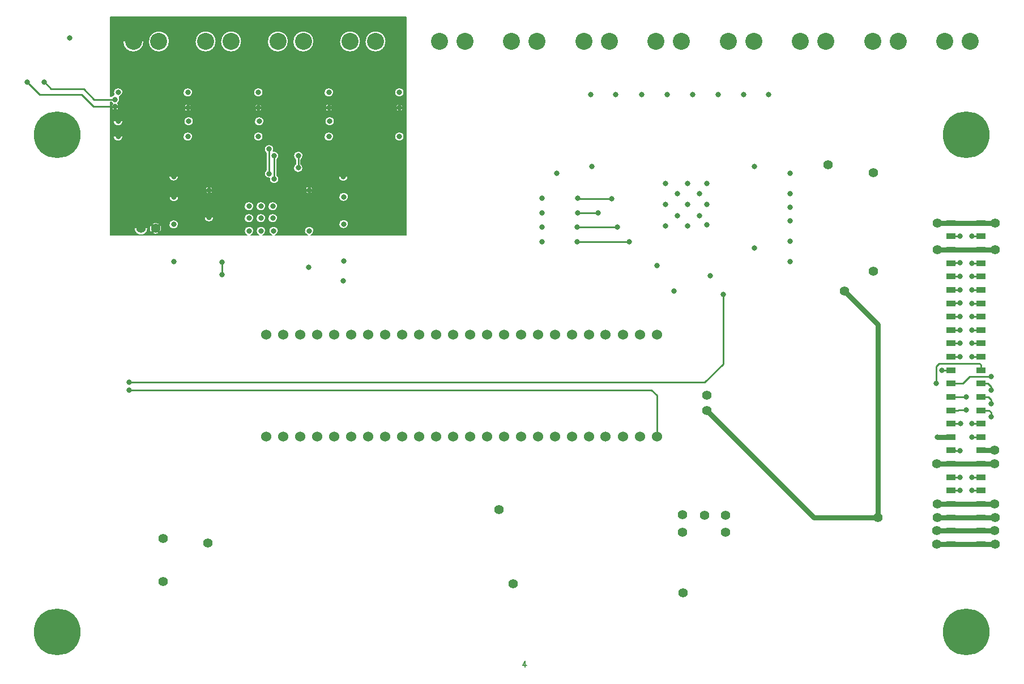
<source format=gbr>
%FSLAX23Y23*%
%MOIN*%
G04 EasyPC Gerber Version 17.0 Build 3379 *
%ADD71R,0.05512X0.03504*%
%ADD10C,0.00500*%
%ADD11C,0.01000*%
%ADD22C,0.01500*%
%ADD21C,0.03000*%
%ADD70C,0.03200*%
%ADD19C,0.05600*%
%ADD13C,0.06000*%
%ADD76C,0.10000*%
%ADD12C,0.27500*%
X0Y0D02*
D02*
D10*
X593Y3396D02*
Y2613D01*
X1396*
G75*
G02X1380Y2638I11J25*
G01*
G75*
G02X1435I28*
G01*
G75*
G02X1419Y2613I-28*
G01*
X1466*
G75*
G02X1450Y2638I11J25*
G01*
G75*
G02X1505I28*
G01*
G75*
G02X1489Y2613I-28*
G01*
X1541*
G75*
G02X1525Y2638I11J25*
G01*
G75*
G02X1580I28*
G01*
G75*
G02X1564Y2613I-28*
G01*
X1751*
G75*
G02X1734Y2638I10J26*
G01*
G75*
G02X1789I28*
G01*
G75*
G02X1771Y2613I-28*
G01*
X2333*
Y3898*
X593*
Y3429*
X598*
G75*
G02X614Y3439I22J-16*
G01*
G75*
G02X610Y3453I23J14*
G01*
G75*
G02X665I28*
G01*
G75*
G02X644Y3427I-28*
G01*
G75*
G02X635Y3388I-23J-14*
G01*
G75*
G02X644Y3370I-14J-19*
G01*
G75*
G02X597I-23*
G01*
G75*
G02X606Y3388I23*
G01*
G75*
G02X598Y3396I14J24*
G01*
X593*
X610Y3193D02*
G75*
G02X665I28D01*
G01*
G75*
G02X610I-28*
G01*
Y3283D02*
G75*
G02X665I28D01*
G01*
G75*
G02X610I-28*
G01*
X666Y3753D02*
G75*
G02X789I62D01*
G01*
G75*
G02X666I-62*
G01*
X733Y2653D02*
G75*
G02X812I40D01*
G01*
G75*
G02X733I-40*
G01*
X816Y3753D02*
G75*
G02X939I62D01*
G01*
G75*
G02X816I-62*
G01*
X822Y2653D02*
G75*
G02X893I36D01*
G01*
G75*
G02X822I-36*
G01*
X937Y2676D02*
G75*
G02X992I28D01*
G01*
G75*
G02X937I-28*
G01*
Y2958D02*
G75*
G02X992I28D01*
G01*
G75*
G02X937I-28*
G01*
X939Y2837D02*
G75*
G02X994I28D01*
G01*
G75*
G02X939I-28*
G01*
X1020Y3193D02*
G75*
G02X1075I28D01*
G01*
G75*
G02X1020I-28*
G01*
Y3453D02*
G75*
G02X1075I28D01*
G01*
G75*
G02X1020I-28*
G01*
X1024Y3363D02*
G75*
G02X1071I23D01*
G01*
G75*
G02X1024I-23*
G01*
X1025Y3283D02*
G75*
G02X1080I28D01*
G01*
G75*
G02X1025I-28*
G01*
X1091Y3753D02*
G75*
G02X1214I62D01*
G01*
G75*
G02X1091I-62*
G01*
X1145Y2718D02*
G75*
G02X1200I28D01*
G01*
G75*
G02X1145I-28*
G01*
X1149Y2878D02*
G75*
G02X1196I23D01*
G01*
G75*
G02X1149I-23*
G01*
X1241Y3753D02*
G75*
G02X1364I62D01*
G01*
G75*
G02X1241I-62*
G01*
X1380Y2713D02*
G75*
G02X1435I28D01*
G01*
G75*
G02X1380I-28*
G01*
Y2783D02*
G75*
G02X1435I28D01*
G01*
G75*
G02X1380I-28*
G01*
X1435Y3193D02*
G75*
G02X1490I28D01*
G01*
G75*
G02X1435I-28*
G01*
Y3453D02*
G75*
G02X1490I28D01*
G01*
G75*
G02X1435I-28*
G01*
X1439Y3363D02*
G75*
G02X1486I23D01*
G01*
G75*
G02X1439I-23*
G01*
X1440Y3283D02*
G75*
G02X1495I28D01*
G01*
G75*
G02X1440I-28*
G01*
X1450Y2713D02*
G75*
G02X1505I28D01*
G01*
G75*
G02X1450I-28*
G01*
Y2783D02*
G75*
G02X1505I28D01*
G01*
G75*
G02X1450I-28*
G01*
X1509Y2997D02*
Y3097D01*
G75*
G02X1498Y3119I17J22*
G01*
G75*
G02X1553I28*
G01*
G75*
G02X1550Y3107I-28J0*
G01*
G75*
G02X1573Y3058I6J-27*
G01*
Y2965*
G75*
G02X1584Y2943I-17J-22*
G01*
G75*
G02X1529I-28*
G01*
G75*
G02X1530Y2948I27J0*
G01*
G75*
G02X1509Y2997I-4J27*
G01*
X1516Y3753D02*
G75*
G02X1639I62D01*
G01*
G75*
G02X1516I-62*
G01*
X1520Y2713D02*
G75*
G02X1575I28D01*
G01*
G75*
G02X1520I-28*
G01*
Y2783D02*
G75*
G02X1575I28D01*
G01*
G75*
G02X1520I-28*
G01*
X1666Y3753D02*
G75*
G02X1789I62D01*
G01*
G75*
G02X1666I-62*
G01*
X1681Y3031D02*
Y3058D01*
G75*
G02X1670Y3080I17J22*
G01*
G75*
G02X1725I28*
G01*
G75*
G02X1714Y3058I-28*
G01*
Y3031*
G75*
G02X1725Y3009I-17J-22*
G01*
G75*
G02X1670I-28*
G01*
G75*
G02X1681Y3031I28*
G01*
X1738Y2878D02*
G75*
G02X1785I23D01*
G01*
G75*
G02X1738I-23*
G01*
X1850Y3193D02*
G75*
G02X1905I28D01*
G01*
G75*
G02X1850I-28*
G01*
Y3453D02*
G75*
G02X1905I28D01*
G01*
G75*
G02X1850I-28*
G01*
X1854Y3363D02*
G75*
G02X1901I23D01*
G01*
G75*
G02X1854I-23*
G01*
X1855Y3283D02*
G75*
G02X1910I28D01*
G01*
G75*
G02X1855I-28*
G01*
X1936Y2957D02*
G75*
G02X1991I28D01*
G01*
G75*
G02X1936I-28*
G01*
X1937Y2678D02*
G75*
G02X1992I28D01*
G01*
G75*
G02X1937I-28*
G01*
Y2838D02*
G75*
G02X1992I28D01*
G01*
G75*
G02X1937I-28*
G01*
X1941Y3753D02*
G75*
G02X2064I62D01*
G01*
G75*
G02X1941I-62*
G01*
X2091D02*
G75*
G02X2214I62D01*
G01*
G75*
G02X2091I-62*
G01*
X2265Y3193D02*
G75*
G02X2320I28D01*
G01*
G75*
G02X2265I-28*
G01*
Y3453D02*
G75*
G02X2320I28D01*
G01*
G75*
G02X2265I-28*
G01*
X2269Y3363D02*
G75*
G02X2316I23D01*
G01*
G75*
G02X2269I-23*
G01*
X593Y3193D02*
G36*
Y3045D01*
X1509*
Y3097*
G75*
G02X1498Y3119I17J22*
G01*
G75*
G02X1553I28*
G01*
G75*
G02X1550Y3107I-28J0*
G01*
G75*
G02X1573Y3058I6J-27*
G01*
Y3045*
X1681*
Y3058*
G75*
G02X1670Y3080I17J22*
G01*
G75*
G02X1725I28*
G01*
G75*
G02X1714Y3058I-28*
G01*
Y3045*
X2333*
Y3193*
X2320*
G75*
G02X2265I-28*
G01*
X1905*
G75*
G02X1850I-28*
G01*
X1490*
G75*
G02X1435I-28*
G01*
X1075*
G75*
G02X1020I-28*
G01*
X665*
G75*
G02X610I-28*
G01*
X593*
G37*
X610D02*
G36*
G75*
G02X665I28D01*
G01*
X1020*
G75*
G02X1075I28*
G01*
X1435*
G75*
G02X1490I28*
G01*
X1850*
G75*
G02X1905I28*
G01*
X2265*
G75*
G02X2320I28*
G01*
X2333*
Y3283*
X1910*
G75*
G02X1855I-28*
G01*
X1495*
G75*
G02X1440Y3283I-28J-1*
G01*
X1080Y3283*
G75*
G02X1025Y3283I-28J-1*
G01*
X665Y3283*
G75*
G02X610I-28*
G01*
X593*
Y3193*
X610*
G37*
Y3283D02*
G36*
G75*
G02X665I28D01*
G01*
X1025*
G75*
G02X1080I28J-1*
G01*
X1440*
G75*
G02X1495I28J-1*
G01*
X1855*
G75*
G02X1910I28*
G01*
X2333*
Y3363*
X2316*
G75*
G02X2269I-23*
G01*
X1901*
G75*
G02X1854I-23*
G01*
X1486*
G75*
G02X1439I-23*
G01*
X1071*
G75*
G02X1024I-23*
G01*
X643*
G75*
G02X597Y3370I-23J6*
G01*
G75*
G02X606Y3388I23*
G01*
G75*
G02X598Y3396I14J24*
G01*
X593*
Y3283*
X610*
G37*
X593Y3753D02*
G36*
Y3429D01*
X598*
G75*
G02X614Y3439I22J-16*
G01*
G75*
G02X610Y3453I23J14*
G01*
G75*
G02X665I28*
G01*
X1020*
G75*
G02X1075I28*
G01*
X1435*
G75*
G02X1490I28*
G01*
X1850*
G75*
G02X1905I28*
G01*
X2265*
G75*
G02X2320I28*
G01*
X2333*
Y3753*
X2214*
G75*
G02X2091I-62*
G01*
X2064*
G75*
G02X1941I-62*
G01*
X1789*
G75*
G02X1666I-62*
G01*
X1639*
G75*
G02X1516I-62*
G01*
X1364*
G75*
G02X1241I-62*
G01*
X1214*
G75*
G02X1091I-62*
G01*
X939*
G75*
G02X816I-62*
G01*
X789*
G75*
G02X666I-62*
G01*
X593*
G37*
X666D02*
G36*
G75*
G02X789I62D01*
G01*
X816*
G75*
G02X939I62*
G01*
X1091*
G75*
G02X1214I62*
G01*
X1241*
G75*
G02X1364I62*
G01*
X1516*
G75*
G02X1639I62*
G01*
X1666*
G75*
G02X1789I62*
G01*
X1941*
G75*
G02X2064I62*
G01*
X2091*
G75*
G02X2214I62*
G01*
X2333*
Y3898*
X593*
Y3753*
X666*
G37*
X593Y2653D02*
G36*
Y2613D01*
X1396*
G75*
G02X1380Y2638I11J25*
G01*
G75*
G02X1384Y2653I28J0*
G01*
X980*
G75*
G02X950I-15J23*
G01*
X893*
G75*
G02X822I-36*
G01*
X812*
G75*
G02X733I-40*
G01*
X593*
G37*
X733D02*
G36*
G75*
G02X812I40D01*
G01*
X822*
G75*
G02X893I36*
G01*
X950*
G75*
G02X937Y2676I15J23*
G01*
G75*
G02X992I28*
G01*
G75*
G02X980Y2653I-28*
G01*
X1384*
G75*
G02X1435Y2638I23J-15*
G01*
G75*
G02X1419Y2613I-28*
G01*
X1466*
G75*
G02X1450Y2638I11J25*
G01*
G75*
G02X1505I28*
G01*
G75*
G02X1489Y2613I-28*
G01*
X1541*
G75*
G02X1525Y2638I11J25*
G01*
G75*
G02X1580I28*
G01*
G75*
G02X1564Y2613I-28*
G01*
X1751*
G75*
G02X1734Y2638I10J26*
G01*
G75*
G02X1785Y2653I28*
G01*
X1955*
G75*
G02X1937Y2678I10J26*
G01*
G75*
G02X1992I28*
G01*
G75*
G02X1975Y2653I-28*
G01*
X2333*
Y2718*
X1575*
G75*
G02X1575Y2713I-27J-5*
G01*
G75*
G02X1520I-28*
G01*
G75*
G02X1520Y2718I28J0*
G01*
X1505*
G75*
G02X1505Y2713I-27J-5*
G01*
G75*
G02X1450I-28*
G01*
G75*
G02X1450Y2718I28J0*
G01*
X1435*
G75*
G02X1435Y2713I-27J-5*
G01*
G75*
G02X1380I-28*
G01*
G75*
G02X1380Y2718I28J0*
G01*
X1200*
G75*
G02X1145I-28*
G01*
X593*
Y2653*
X733*
G37*
X1785D02*
G36*
G75*
G02X1789Y2638I-24J-14D01*
G01*
G75*
G02X1771Y2613I-28*
G01*
X2333*
Y2653*
X1975*
G75*
G02X1955I-10J26*
G01*
X1785*
G37*
X593Y2958D02*
G36*
Y2878D01*
X1149*
G75*
G02X1196I23*
G01*
X1738*
Y2878*
G75*
G02X1785I23*
G01*
Y2878*
X2333*
Y2958*
X1991*
G75*
G02X1991Y2957I-27J-1*
G01*
G75*
G02X1936I-28*
G01*
G75*
G02X1936Y2958I27J0*
G01*
X1580*
G75*
G02X1584Y2943I-23J-15*
G01*
G75*
G02X1529I-28*
G01*
G75*
G02X1530Y2948I27J0*
G01*
G75*
G02X1504Y2958I-4J27*
G01*
X992*
G75*
G02X937I-28*
G01*
X593*
G37*
X937D02*
G36*
G75*
G02X992I28D01*
G01*
X1504*
G75*
G02X1509Y2997I21J17*
G01*
Y3045*
X593*
Y2958*
X937*
G37*
X1936D02*
G36*
G75*
G02X1991I27J-1D01*
G01*
X2333*
Y3045*
X1714*
Y3031*
G75*
G02X1725Y3009I-17J-22*
G01*
G75*
G02X1670I-28*
G01*
G75*
G02X1681Y3031I28*
G01*
Y3045*
X1573*
Y2965*
G75*
G02X1580Y2958I-17J-22*
G01*
X1936*
G37*
X593Y2837D02*
G36*
Y2783D01*
X1380*
G75*
G02X1435I28*
G01*
X1450*
G75*
G02X1505I28*
G01*
X1520*
G75*
G02X1575I28*
G01*
X2333*
Y2837*
X1992*
G75*
G02X1937I-27J1*
G01*
X994*
G75*
G02X939I-28*
G01*
X593*
G37*
X939D02*
G36*
G75*
G02X994I28D01*
G01*
X1937*
G75*
G02X1937Y2838I27J1*
G01*
G75*
G02X1992I28*
G01*
G75*
G02X1992Y2837I-28J0*
G01*
X2333*
Y2878*
X1785*
G75*
G02X1738I-23J0*
G01*
X1196*
G75*
G02X1149I-23*
G01*
X593*
Y2837*
X939*
G37*
X665Y3453D02*
G36*
G75*
G02X644Y3427I-28D01*
G01*
G75*
G02X635Y3388I-23J-14*
G01*
G75*
G02X644Y3370I-14J-19*
G01*
G75*
G02X643Y3363I-23J0*
G01*
X1024*
G75*
G02X1071I23*
G01*
X1439*
G75*
G02X1486I23*
G01*
X1854*
G75*
G02X1901I23*
G01*
X2269*
G75*
G02X2316I23*
G01*
X2333*
Y3453*
X2320*
G75*
G02X2265I-28*
G01*
X1905*
G75*
G02X1850I-28*
G01*
X1490*
G75*
G02X1435I-28*
G01*
X1075*
G75*
G02X1020I-28*
G01*
X665*
G37*
X1145Y2718D02*
G36*
G75*
G02X1200I28D01*
G01*
X1380*
G75*
G02X1435I27J-5*
G01*
X1450*
G75*
G02X1505I27J-5*
G01*
X1520*
G75*
G02X1575I27J-5*
G01*
X2333*
Y2783*
X1575*
G75*
G02X1520I-28*
G01*
X1505*
G75*
G02X1450I-28*
G01*
X1435*
G75*
G02X1380I-28*
G01*
X593*
Y2718*
X1145*
G37*
X3034Y69D02*
Y107D01*
X3018Y82*
X3043*
D02*
D11*
X202Y3515D02*
X201D01*
Y3516*
X244Y3473*
X436*
X497Y3412*
X620*
Y3370D02*
X492D01*
X422Y3440*
X176*
X151Y3463*
Y3464*
X102Y3514*
Y3515*
X703Y1702D02*
X3737D01*
X703Y1746D02*
X4090D01*
X4199Y1855*
Y2264*
X1249Y2455D02*
Y2381D01*
X1525Y3119D02*
Y2975D01*
X1557Y3080D02*
Y2943D01*
X1698Y3080D02*
Y3009D01*
X3340Y2574D02*
Y2575D01*
X3646*
X3341Y2744D02*
X3354D01*
Y2744*
X3365*
X3341Y2829D02*
Y2828D01*
X3540*
X3542Y2826*
X3463Y2744D02*
X3365D01*
X3577Y2660D02*
X3352D01*
Y2659*
X3339*
X3737Y1702D02*
X3777D01*
X3809Y1670*
Y1579*
X3808Y1428*
X5486Y1816D02*
Y1818D01*
X5539*
Y1740D02*
Y1740D01*
X5610*
X5650Y1780*
X5775*
Y1780*
X5591Y2369D02*
X5564D01*
Y2370*
X5539*
X5592Y2213D02*
X5566D01*
Y2212*
X5539*
X5592Y2449D02*
X5566D01*
Y2448*
X5539*
X5593Y1188D02*
X5566D01*
Y1188*
X5539*
X5593Y1345D02*
X5566D01*
Y1346*
X5539*
X5593Y1976D02*
X5566D01*
Y1976*
X5539*
X5593Y2054D02*
X5566D01*
Y2055*
X5539*
X5593Y2133D02*
X5566D01*
Y2133*
X5539*
X5593Y2291D02*
X5564D01*
Y2291*
X5539*
X5593Y2606D02*
X5566D01*
Y2606*
X5539*
X5594Y1110D02*
X5567D01*
Y1110*
X5539*
X5594Y1897D02*
X5567D01*
Y1897*
X5539*
X5595Y1503D02*
X5567D01*
Y1503*
X5539*
X5628Y1583D02*
X5583D01*
Y1582*
X5539*
X5629Y1661D02*
X5583D01*
Y1661*
X5539*
X5663Y1110D02*
X5716D01*
X5663Y1188D02*
X5716D01*
X5663Y1425D02*
X5716D01*
X5663Y1503D02*
X5716D01*
X5663Y1897D02*
X5716D01*
X5663Y1976D02*
X5716D01*
X5663Y2055D02*
X5716D01*
X5663Y2133D02*
X5716D01*
X5663Y2212D02*
X5716D01*
X5663Y2291D02*
X5716D01*
X5663Y2370D02*
X5716D01*
X5663Y2448D02*
X5716D01*
X5663Y2606D02*
X5716D01*
Y1818D02*
Y1824D01*
X5715Y1826*
Y1850*
X5707Y1857*
X5470*
X5453Y1840*
Y1741*
X5453Y1741*
Y1740*
X5775Y1543D02*
Y1569D01*
X5762Y1581*
X5717*
X5716Y1582*
X5775Y1621D02*
Y1644D01*
X5759Y1660*
X5717*
X5716Y1661*
X5775Y1700D02*
Y1721D01*
X5756Y1740*
X5717*
X5716Y1740*
D02*
D12*
X278Y278D03*
Y3203D03*
X5628Y278D03*
Y3203D03*
D02*
D13*
X1508Y1428D03*
Y2028D03*
X1608Y1428D03*
Y2028D03*
X1708Y1428D03*
Y2028D03*
X1808Y1428D03*
Y2028D03*
X1908Y1428D03*
Y2028D03*
X2008Y1428D03*
Y2028D03*
X2108Y1428D03*
Y2028D03*
X2208Y1428D03*
Y2028D03*
X2308Y1428D03*
Y2028D03*
X2408Y1428D03*
Y2028D03*
X2508Y1428D03*
Y2028D03*
X2608Y1428D03*
Y2028D03*
X2708Y1428D03*
Y2028D03*
X2808Y1428D03*
Y2028D03*
X2908Y1428D03*
Y2028D03*
X3008Y1428D03*
Y2028D03*
X3108Y1428D03*
Y2028D03*
X3208Y1428D03*
Y2028D03*
X3308Y1428D03*
Y2028D03*
X3408Y1428D03*
Y2028D03*
X3507Y1428D03*
Y2028D03*
X3608Y1428D03*
Y2028D03*
X3708Y1428D03*
Y2028D03*
X3808Y1428D03*
Y2028D03*
D02*
D19*
X773Y2653D03*
X858D03*
X903Y573D03*
Y828D03*
X1166Y799D03*
X2878Y998D03*
X2962Y560D03*
X3958Y863D03*
Y968D03*
X3964Y508D03*
X4088Y963D03*
X4102Y1669D03*
X4104Y1580D03*
X4213Y863D03*
Y963D03*
X4815Y3026D03*
X4912Y2283D03*
X5084Y2400D03*
Y2979D03*
X5108Y951D03*
X5457Y795D03*
Y874D03*
Y1267D03*
X5458Y952D03*
Y2527D03*
Y2685D03*
X5459Y1031D03*
X5797Y874D03*
Y1031D03*
Y1267D03*
Y1347D03*
X5799Y795D03*
Y952D03*
Y2527D03*
Y2685D03*
D02*
D70*
X102Y3515D03*
X202D03*
X352Y3775D03*
X620Y3370D03*
Y3412D03*
X638Y3193D03*
Y3283D03*
Y3453D03*
X703Y1702D03*
Y1746D03*
X965Y2676D03*
Y2958D03*
X966Y2837D03*
X966Y2457D03*
X1048Y3193D03*
Y3363D03*
Y3453D03*
X1053Y3283D03*
X1173Y2718D03*
Y2878D03*
X1249Y2381D03*
Y2455D03*
X1408Y2638D03*
Y2713D03*
Y2783D03*
X1463Y3193D03*
Y3363D03*
Y3453D03*
X1468Y3283D03*
X1478Y2638D03*
Y2713D03*
Y2783D03*
X1525Y2975D03*
Y3119D03*
X1548Y2713D03*
Y2783D03*
X1553Y2638D03*
X1557Y2943D03*
Y3080D03*
X1698Y3009D03*
Y3080D03*
X1758Y2423D03*
X1761Y2638D03*
Y2878D03*
X1878Y3193D03*
Y3363D03*
Y3453D03*
X1883Y3283D03*
X1963Y2343D03*
Y2957D03*
X1965Y2460D03*
Y2678D03*
Y2838D03*
X2293Y3193D03*
Y3363D03*
Y3453D03*
X3133Y2574D03*
Y2659D03*
Y2744D03*
X3133Y2829D03*
X3220Y2978D03*
X3339Y2659D03*
X3340Y2574D03*
X3341Y2744D03*
Y2829D03*
X3418Y3440D03*
X3425Y3018D03*
X3463Y2744D03*
X3542Y2826D03*
X3567Y3440D03*
X3577Y2660D03*
X3646Y2575D03*
X3718Y3440D03*
X3808Y2433D03*
X3858Y2668D03*
Y2793D03*
Y2918D03*
X3868Y3440D03*
X3908Y2283D03*
X3928Y2728D03*
Y2858D03*
X3988Y2668D03*
Y2793D03*
Y2918D03*
X4018Y3440D03*
X4058Y2728D03*
Y2858D03*
X4103Y2673D03*
Y2793D03*
Y2918D03*
X4122Y2373D03*
X4168Y3440D03*
X4199Y2264D03*
X4319Y3440D03*
X4383Y2538D03*
Y3018D03*
X4467Y3440D03*
X4593Y2458D03*
Y2578D03*
Y2698D03*
Y2778D03*
Y2858D03*
Y2978D03*
X5453Y1740D03*
X5458Y1425D03*
X5486Y1816D03*
X5591Y2369D03*
X5592Y2213D03*
Y2449D03*
X5593Y1188D03*
Y1345D03*
Y1976D03*
Y2054D03*
Y2133D03*
Y2291D03*
Y2606D03*
X5594Y1110D03*
Y1897D03*
X5595Y1503D03*
X5628Y1583D03*
X5629Y1661D03*
X5663Y1110D03*
Y1188D03*
Y1425D03*
Y1503D03*
Y1897D03*
Y1976D03*
Y2055D03*
Y2133D03*
Y2212D03*
Y2291D03*
Y2370D03*
Y2448D03*
Y2606D03*
X5775Y1543D03*
Y1621D03*
Y1700D03*
Y1780D03*
D02*
D71*
X5539Y795D03*
Y873D03*
Y952D03*
Y1031D03*
Y1110D03*
Y1188D03*
Y1267D03*
Y1346D03*
Y1425D03*
Y1503D03*
Y1582D03*
Y1661D03*
Y1740D03*
Y1818D03*
Y1897D03*
Y1976D03*
Y2055D03*
Y2133D03*
Y2212D03*
Y2291D03*
Y2370D03*
Y2448D03*
Y2527D03*
Y2606D03*
Y2685D03*
X5716Y795D03*
Y873D03*
Y952D03*
Y1031D03*
Y1110D03*
Y1188D03*
Y1267D03*
Y1346D03*
Y1425D03*
Y1503D03*
Y1582D03*
Y1661D03*
Y1740D03*
Y1818D03*
Y1897D03*
Y1976D03*
Y2055D03*
Y2133D03*
Y2212D03*
Y2291D03*
Y2370D03*
Y2448D03*
Y2527D03*
Y2606D03*
Y2685D03*
D02*
D21*
X5108Y951D02*
X4733D01*
X4104Y1580*
X5108Y951D02*
Y2087D01*
X4912Y2283*
X5539Y795D02*
X5716D01*
X5539D02*
X5457D01*
Y795*
X5539Y873D02*
Y874D01*
X5716*
Y873*
X5539D02*
X5457D01*
X5457Y874*
X5539Y952D02*
X5458D01*
X5458Y952*
X5539Y1031D02*
X5459D01*
X5459Y1031*
X5539Y1267D02*
X5457D01*
X5457Y1267*
X5539Y1425D02*
X5539D01*
Y1425*
X5458*
X5539Y2527D02*
X5458D01*
X5458Y2527*
X5539Y2527D02*
X5716D01*
X5539Y2685D02*
X5716D01*
X5539D02*
X5458D01*
X5458Y2685*
X5716Y795D02*
X5798D01*
X5799Y795*
X5716Y873D02*
X5797D01*
X5797Y874*
X5716Y952D02*
X5539D01*
X5716Y1031D02*
X5539D01*
X5716D02*
X5797D01*
X5797Y1031*
X5716Y1267D02*
X5539D01*
X5716D02*
X5797D01*
X5797Y1267*
X5716Y1346D02*
X5797D01*
X5797Y1347*
X5716Y2527D02*
X5798D01*
X5799Y2527*
X5716Y2685D02*
X5799D01*
X5799Y2685*
Y952D02*
X5717D01*
X5716Y952*
D02*
D22*
X620Y3361D02*
Y3341D01*
X629Y3370D02*
X649D01*
X843Y2638D02*
X829Y2624D01*
X843Y2667D02*
X829Y2681D01*
X872Y2638D02*
X886Y2624D01*
X872Y2667D02*
X886Y2681D01*
X1039Y3363D02*
X1019D01*
X1048Y3355D02*
Y3335D01*
Y3372D02*
Y3392D01*
X1056Y3363D02*
X1076D01*
X1164Y2878D02*
X1144D01*
X1173Y2869D02*
Y2849D01*
Y2886D02*
Y2906D01*
X1181Y2878D02*
X1201D01*
X1454Y3363D02*
X1434D01*
X1463Y3355D02*
Y3335D01*
Y3372D02*
Y3392D01*
X1471Y3363D02*
X1491D01*
X1753Y2878D02*
X1733D01*
X1761Y2869D02*
Y2849D01*
Y2886D02*
Y2906D01*
X1770Y2878D02*
X1790D01*
X1869Y3363D02*
X1849D01*
X1878Y3355D02*
Y3335D01*
Y3372D02*
Y3392D01*
X1886Y3363D02*
X1906D01*
X2284D02*
X2264D01*
X2293Y3355D02*
Y3335D01*
Y3372D02*
Y3392D01*
X2301Y3363D02*
X2321D01*
D02*
D76*
X728Y3753D03*
X877D03*
X1153D03*
X1303D03*
X1578D03*
X1728D03*
X2003D03*
X2153D03*
X2528D03*
X2678D03*
X2953D03*
X3103D03*
X3378D03*
X3528D03*
X3803D03*
X3953D03*
X4228D03*
X4378D03*
X4653D03*
X4803D03*
X5078D03*
X5228D03*
X5503D03*
X5653D03*
X0Y0D02*
M02*

</source>
